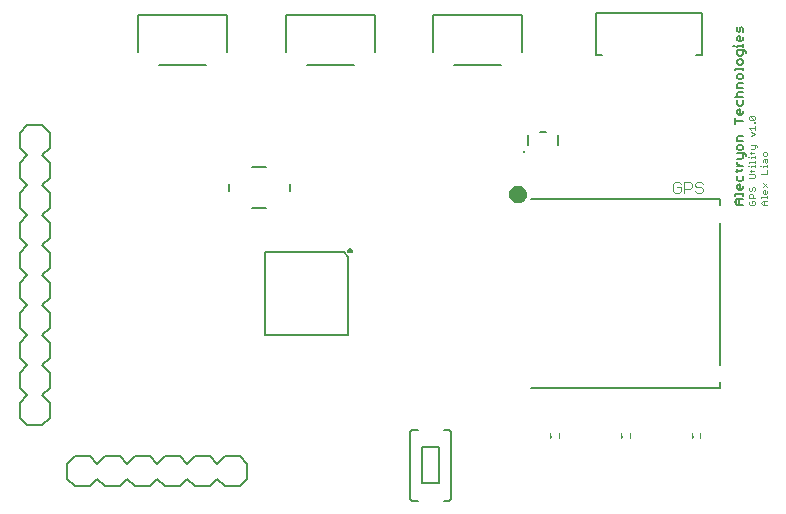
<source format=gto>
G75*
%MOIN*%
%OFA0B0*%
%FSLAX25Y25*%
%IPPOS*%
%LPD*%
%AMOC8*
5,1,8,0,0,1.08239X$1,22.5*
%
%ADD10C,0.00500*%
%ADD11C,0.00400*%
%ADD12C,0.00300*%
%ADD13C,0.00800*%
%ADD14R,0.00886X0.00984*%
%ADD15C,0.03200*%
%ADD16C,0.01000*%
D10*
X0174228Y0052181D02*
X0237220Y0052181D01*
X0237220Y0054150D01*
X0237220Y0060055D02*
X0237220Y0107299D01*
X0237220Y0113205D02*
X0237220Y0115173D01*
X0174228Y0115173D01*
X0242142Y0114355D02*
X0243043Y0115256D01*
X0244844Y0115256D01*
X0244844Y0116401D02*
X0244844Y0117302D01*
X0244844Y0116852D02*
X0242142Y0116852D01*
X0242142Y0116401D01*
X0243493Y0115256D02*
X0243493Y0113455D01*
X0243043Y0113455D02*
X0242142Y0114355D01*
X0243043Y0113455D02*
X0244844Y0113455D01*
X0244394Y0118366D02*
X0243493Y0118366D01*
X0243043Y0118816D01*
X0243043Y0119717D01*
X0243493Y0120167D01*
X0243944Y0120167D01*
X0243944Y0118366D01*
X0244394Y0118366D02*
X0244844Y0118816D01*
X0244844Y0119717D01*
X0244394Y0121312D02*
X0244844Y0121762D01*
X0244844Y0123114D01*
X0244394Y0124709D02*
X0244844Y0125159D01*
X0244394Y0124709D02*
X0242593Y0124709D01*
X0243043Y0124259D02*
X0243043Y0125159D01*
X0243043Y0126223D02*
X0244844Y0126223D01*
X0243944Y0126223D02*
X0243043Y0127124D01*
X0243043Y0127574D01*
X0243043Y0128678D02*
X0244394Y0128678D01*
X0244844Y0129129D01*
X0244844Y0130480D01*
X0245295Y0130480D02*
X0243043Y0130480D01*
X0243493Y0131625D02*
X0244394Y0131625D01*
X0244844Y0132075D01*
X0244844Y0132976D01*
X0244394Y0133426D01*
X0243493Y0133426D01*
X0243043Y0132976D01*
X0243043Y0132075D01*
X0243493Y0131625D01*
X0245295Y0130480D02*
X0245745Y0130030D01*
X0245745Y0129579D01*
X0244844Y0134571D02*
X0243043Y0134571D01*
X0243043Y0135923D01*
X0243493Y0136373D01*
X0244844Y0136373D01*
X0242142Y0140464D02*
X0242142Y0142266D01*
X0242142Y0141365D02*
X0244844Y0141365D01*
X0244394Y0143411D02*
X0243493Y0143411D01*
X0243043Y0143861D01*
X0243043Y0144762D01*
X0243493Y0145213D01*
X0243944Y0145213D01*
X0243944Y0143411D01*
X0244394Y0143411D02*
X0244844Y0143861D01*
X0244844Y0144762D01*
X0244394Y0146358D02*
X0244844Y0146808D01*
X0244844Y0148159D01*
X0244844Y0149304D02*
X0242142Y0149304D01*
X0243043Y0149754D02*
X0243043Y0150655D01*
X0243493Y0151106D01*
X0244844Y0151106D01*
X0244844Y0152251D02*
X0243043Y0152251D01*
X0243043Y0153602D01*
X0243493Y0154052D01*
X0244844Y0154052D01*
X0244394Y0155197D02*
X0244844Y0155647D01*
X0244844Y0156548D01*
X0244394Y0156999D01*
X0243493Y0156999D01*
X0243043Y0156548D01*
X0243043Y0155647D01*
X0243493Y0155197D01*
X0244394Y0155197D01*
X0244844Y0158144D02*
X0244844Y0159044D01*
X0244844Y0158594D02*
X0242142Y0158594D01*
X0242142Y0158144D01*
X0243493Y0160108D02*
X0244394Y0160108D01*
X0244844Y0160558D01*
X0244844Y0161459D01*
X0244394Y0161909D01*
X0243493Y0161909D01*
X0243043Y0161459D01*
X0243043Y0160558D01*
X0243493Y0160108D01*
X0243493Y0163054D02*
X0244394Y0163054D01*
X0244844Y0163505D01*
X0244844Y0164856D01*
X0245295Y0164856D02*
X0243043Y0164856D01*
X0243043Y0163505D01*
X0243493Y0163054D01*
X0245745Y0163955D02*
X0245745Y0164406D01*
X0245295Y0164856D01*
X0244844Y0166001D02*
X0244844Y0166902D01*
X0244844Y0166451D02*
X0243043Y0166451D01*
X0243043Y0166001D01*
X0242142Y0166451D02*
X0241692Y0166451D01*
X0243493Y0167965D02*
X0243043Y0168416D01*
X0243043Y0169316D01*
X0243493Y0169767D01*
X0243944Y0169767D01*
X0243944Y0167965D01*
X0244394Y0167965D02*
X0243493Y0167965D01*
X0244394Y0167965D02*
X0244844Y0168416D01*
X0244844Y0169316D01*
X0244844Y0170912D02*
X0244844Y0172263D01*
X0244394Y0172713D01*
X0243944Y0172263D01*
X0243944Y0171362D01*
X0243493Y0170912D01*
X0243043Y0171362D01*
X0243043Y0172713D01*
X0243043Y0149754D02*
X0243493Y0149304D01*
X0243043Y0148159D02*
X0243043Y0146808D01*
X0243493Y0146358D01*
X0244394Y0146358D01*
X0243043Y0123114D02*
X0243043Y0121762D01*
X0243493Y0121312D01*
X0244394Y0121312D01*
D11*
X0246830Y0122244D02*
X0248498Y0122244D01*
X0248831Y0122578D01*
X0248831Y0123245D01*
X0248498Y0123579D01*
X0246830Y0123579D01*
X0247497Y0124454D02*
X0247497Y0125121D01*
X0247163Y0124788D02*
X0248498Y0124788D01*
X0248831Y0125121D01*
X0248831Y0125927D02*
X0248831Y0126595D01*
X0248831Y0126261D02*
X0247497Y0126261D01*
X0247497Y0125927D01*
X0246830Y0126261D02*
X0246496Y0126261D01*
X0246830Y0127401D02*
X0246830Y0127734D01*
X0248831Y0127734D01*
X0248831Y0127401D02*
X0248831Y0128068D01*
X0248831Y0128874D02*
X0248831Y0129541D01*
X0248831Y0129207D02*
X0247497Y0129207D01*
X0247497Y0128874D01*
X0246830Y0129207D02*
X0246496Y0129207D01*
X0247497Y0130347D02*
X0247497Y0131014D01*
X0247163Y0130681D02*
X0248498Y0130681D01*
X0248831Y0131014D01*
X0248498Y0131820D02*
X0248831Y0132154D01*
X0248831Y0133155D01*
X0249165Y0133155D02*
X0249499Y0132821D01*
X0249499Y0132488D01*
X0249165Y0133155D02*
X0247497Y0133155D01*
X0247497Y0131820D02*
X0248498Y0131820D01*
X0251434Y0130611D02*
X0251434Y0129944D01*
X0251768Y0129611D01*
X0252435Y0129611D01*
X0252769Y0129944D01*
X0252769Y0130611D01*
X0252435Y0130945D01*
X0251768Y0130945D01*
X0251434Y0130611D01*
X0251768Y0128735D02*
X0252769Y0128735D01*
X0252769Y0127734D01*
X0252435Y0127401D01*
X0252101Y0127734D01*
X0252101Y0128735D01*
X0251768Y0128735D02*
X0251434Y0128401D01*
X0251434Y0127734D01*
X0251434Y0126261D02*
X0252769Y0126261D01*
X0252769Y0125927D02*
X0252769Y0126595D01*
X0251434Y0126261D02*
X0251434Y0125927D01*
X0250767Y0126261D02*
X0250433Y0126261D01*
X0250767Y0123717D02*
X0252769Y0123717D01*
X0252769Y0125052D01*
X0252769Y0120632D02*
X0251434Y0119298D01*
X0251768Y0118422D02*
X0252101Y0118422D01*
X0252101Y0117088D01*
X0251768Y0117088D02*
X0251434Y0117421D01*
X0251434Y0118089D01*
X0251768Y0118422D01*
X0252769Y0118089D02*
X0252769Y0117421D01*
X0252435Y0117088D01*
X0251768Y0117088D01*
X0252769Y0116282D02*
X0252769Y0115615D01*
X0252769Y0115948D02*
X0250767Y0115948D01*
X0250767Y0115615D01*
X0251434Y0114739D02*
X0252769Y0114739D01*
X0251768Y0114739D02*
X0251768Y0113405D01*
X0251434Y0113405D02*
X0250767Y0114072D01*
X0251434Y0114739D01*
X0251434Y0113405D02*
X0252769Y0113405D01*
X0248831Y0113738D02*
X0248498Y0113405D01*
X0247163Y0113405D01*
X0246830Y0113738D01*
X0246830Y0114406D01*
X0247163Y0114739D01*
X0247831Y0114739D02*
X0247831Y0114072D01*
X0247831Y0114739D02*
X0248498Y0114739D01*
X0248831Y0114406D01*
X0248831Y0113738D01*
X0248831Y0115615D02*
X0246830Y0115615D01*
X0246830Y0116615D01*
X0247163Y0116949D01*
X0247831Y0116949D01*
X0248164Y0116615D01*
X0248164Y0115615D01*
X0248498Y0117824D02*
X0248831Y0118158D01*
X0248831Y0118825D01*
X0248498Y0119159D01*
X0248164Y0119159D01*
X0247831Y0118825D01*
X0247831Y0118158D01*
X0247497Y0117824D01*
X0247163Y0117824D01*
X0246830Y0118158D01*
X0246830Y0118825D01*
X0247163Y0119159D01*
X0251434Y0120632D02*
X0252769Y0119298D01*
X0247497Y0136240D02*
X0248831Y0136907D01*
X0247497Y0137575D01*
X0247497Y0138450D02*
X0246830Y0139117D01*
X0248831Y0139117D01*
X0248831Y0138450D02*
X0248831Y0139784D01*
X0248831Y0140660D02*
X0248831Y0140994D01*
X0248498Y0140994D01*
X0248498Y0140660D01*
X0248831Y0140660D01*
X0248498Y0141765D02*
X0247163Y0143099D01*
X0248498Y0143099D01*
X0248831Y0142766D01*
X0248831Y0142098D01*
X0248498Y0141765D01*
X0247163Y0141765D01*
X0246830Y0142098D01*
X0246830Y0142766D01*
X0247163Y0143099D01*
X0230724Y0037220D02*
X0230724Y0035646D01*
X0227969Y0035646D02*
X0227969Y0037220D01*
X0207102Y0037220D02*
X0207102Y0035646D01*
X0204346Y0035646D02*
X0204346Y0037220D01*
X0183480Y0037220D02*
X0183480Y0035646D01*
X0180724Y0035646D02*
X0180724Y0037220D01*
D12*
X0222240Y0117292D02*
X0223474Y0117292D01*
X0224091Y0117909D01*
X0224091Y0119143D01*
X0222857Y0119143D01*
X0221622Y0117909D02*
X0221622Y0120378D01*
X0222240Y0120995D01*
X0223474Y0120995D01*
X0224091Y0120378D01*
X0225306Y0120995D02*
X0227157Y0120995D01*
X0227774Y0120378D01*
X0227774Y0119143D01*
X0227157Y0118526D01*
X0225306Y0118526D01*
X0225306Y0117292D02*
X0225306Y0120995D01*
X0228989Y0120378D02*
X0228989Y0119761D01*
X0229606Y0119143D01*
X0230840Y0119143D01*
X0231458Y0118526D01*
X0231458Y0117909D01*
X0230840Y0117292D01*
X0229606Y0117292D01*
X0228989Y0117909D01*
X0228989Y0120378D02*
X0229606Y0120995D01*
X0230840Y0120995D01*
X0231458Y0120378D01*
X0222240Y0117292D02*
X0221622Y0117909D01*
D13*
X0027122Y0019622D02*
X0022122Y0019622D01*
X0019622Y0022122D01*
X0019622Y0027122D01*
X0022122Y0029622D01*
X0027122Y0029622D01*
X0029622Y0027122D01*
X0032122Y0029622D01*
X0037122Y0029622D01*
X0039622Y0027122D01*
X0042122Y0029622D01*
X0047122Y0029622D01*
X0049622Y0027122D01*
X0052122Y0029622D01*
X0057122Y0029622D01*
X0059622Y0027122D01*
X0062122Y0029622D01*
X0067122Y0029622D01*
X0069622Y0027122D01*
X0072122Y0029622D01*
X0077122Y0029622D01*
X0079622Y0027122D01*
X0079622Y0022122D01*
X0077122Y0019622D01*
X0072122Y0019622D01*
X0069622Y0022122D01*
X0067122Y0019622D01*
X0062122Y0019622D01*
X0059622Y0022122D01*
X0057122Y0019622D01*
X0052122Y0019622D01*
X0049622Y0022122D01*
X0047122Y0019622D01*
X0042122Y0019622D01*
X0039622Y0022122D01*
X0037122Y0019622D01*
X0032122Y0019622D01*
X0029622Y0022122D01*
X0027122Y0019622D01*
X0011374Y0039858D02*
X0006374Y0039858D01*
X0003874Y0042358D01*
X0003874Y0047358D01*
X0006374Y0049858D01*
X0003874Y0052358D01*
X0003874Y0057358D01*
X0006374Y0059858D01*
X0003874Y0062358D01*
X0003874Y0067358D01*
X0006374Y0069858D01*
X0003874Y0072358D01*
X0003874Y0077358D01*
X0006374Y0079858D01*
X0003874Y0082358D01*
X0003874Y0087358D01*
X0006374Y0089858D01*
X0003874Y0092358D01*
X0003874Y0097358D01*
X0006374Y0099858D01*
X0003874Y0102358D01*
X0003874Y0107358D01*
X0006374Y0109858D01*
X0003874Y0112358D01*
X0003874Y0117358D01*
X0006374Y0119858D01*
X0003874Y0122358D01*
X0003874Y0127358D01*
X0006374Y0129858D01*
X0003874Y0132358D01*
X0003874Y0137358D01*
X0006374Y0139858D01*
X0011374Y0139858D01*
X0013874Y0137358D01*
X0013874Y0132358D01*
X0011374Y0129858D01*
X0013874Y0127358D01*
X0013874Y0122358D01*
X0011374Y0119858D01*
X0013874Y0117358D01*
X0013874Y0112358D01*
X0011374Y0109858D01*
X0013874Y0107358D01*
X0013874Y0102358D01*
X0011374Y0099858D01*
X0013874Y0097358D01*
X0013874Y0092358D01*
X0011374Y0089858D01*
X0013874Y0087358D01*
X0013874Y0082358D01*
X0011374Y0079858D01*
X0013874Y0077358D01*
X0013874Y0072358D01*
X0011374Y0069858D01*
X0013874Y0067358D01*
X0013874Y0062358D01*
X0011374Y0059858D01*
X0013874Y0057358D01*
X0013874Y0052358D01*
X0011374Y0049858D01*
X0013874Y0047358D01*
X0013874Y0042358D01*
X0011374Y0039858D01*
X0085626Y0069878D02*
X0085626Y0097476D01*
X0111827Y0097476D01*
X0113224Y0096079D01*
X0113224Y0069878D01*
X0085626Y0069878D01*
X0113325Y0098077D02*
X0113327Y0098126D01*
X0113333Y0098174D01*
X0113343Y0098222D01*
X0113357Y0098269D01*
X0113374Y0098315D01*
X0113395Y0098359D01*
X0113420Y0098401D01*
X0113448Y0098441D01*
X0113480Y0098479D01*
X0113514Y0098514D01*
X0113551Y0098546D01*
X0113590Y0098575D01*
X0113632Y0098601D01*
X0113676Y0098623D01*
X0113721Y0098641D01*
X0113768Y0098656D01*
X0113815Y0098667D01*
X0113864Y0098674D01*
X0113913Y0098677D01*
X0113962Y0098676D01*
X0114010Y0098671D01*
X0114059Y0098662D01*
X0114106Y0098649D01*
X0114152Y0098632D01*
X0114196Y0098612D01*
X0114239Y0098588D01*
X0114280Y0098561D01*
X0114318Y0098530D01*
X0114354Y0098497D01*
X0114386Y0098461D01*
X0114416Y0098422D01*
X0114443Y0098381D01*
X0114466Y0098337D01*
X0114485Y0098292D01*
X0114501Y0098246D01*
X0114513Y0098199D01*
X0114521Y0098150D01*
X0114525Y0098101D01*
X0114525Y0098053D01*
X0114521Y0098004D01*
X0114513Y0097955D01*
X0114501Y0097908D01*
X0114485Y0097862D01*
X0114466Y0097817D01*
X0114443Y0097773D01*
X0114416Y0097732D01*
X0114386Y0097693D01*
X0114354Y0097657D01*
X0114318Y0097624D01*
X0114280Y0097593D01*
X0114239Y0097566D01*
X0114196Y0097542D01*
X0114152Y0097522D01*
X0114106Y0097505D01*
X0114059Y0097492D01*
X0114010Y0097483D01*
X0113962Y0097478D01*
X0113913Y0097477D01*
X0113864Y0097480D01*
X0113815Y0097487D01*
X0113768Y0097498D01*
X0113721Y0097513D01*
X0113676Y0097531D01*
X0113632Y0097553D01*
X0113590Y0097579D01*
X0113551Y0097608D01*
X0113514Y0097640D01*
X0113480Y0097675D01*
X0113448Y0097713D01*
X0113420Y0097753D01*
X0113395Y0097795D01*
X0113374Y0097839D01*
X0113357Y0097885D01*
X0113343Y0097932D01*
X0113333Y0097980D01*
X0113327Y0098028D01*
X0113325Y0098077D01*
X0086039Y0112417D02*
X0081315Y0112417D01*
X0073441Y0117929D02*
X0073441Y0120291D01*
X0081315Y0125803D02*
X0086039Y0125803D01*
X0093913Y0120291D02*
X0093913Y0117929D01*
X0099425Y0159949D02*
X0115173Y0159949D01*
X0122169Y0164386D02*
X0122169Y0176697D01*
X0092429Y0176697D01*
X0092429Y0164386D01*
X0072957Y0164386D02*
X0072957Y0176697D01*
X0043217Y0176697D01*
X0043217Y0164386D01*
X0050213Y0159949D02*
X0065961Y0159949D01*
X0141642Y0164386D02*
X0141642Y0176697D01*
X0171382Y0176697D01*
X0171382Y0164386D01*
X0164386Y0159949D02*
X0148638Y0159949D01*
X0173165Y0136549D02*
X0173165Y0133168D01*
X0177109Y0137649D02*
X0179222Y0137649D01*
X0183165Y0136549D02*
X0183165Y0133168D01*
X0195882Y0163402D02*
X0195882Y0177181D01*
X0231315Y0177181D01*
X0231315Y0163402D01*
X0229346Y0163402D01*
X0197850Y0163402D02*
X0195882Y0163402D01*
X0146669Y0038402D02*
X0145094Y0038402D01*
X0146669Y0038401D02*
X0146731Y0038399D01*
X0146792Y0038393D01*
X0146853Y0038384D01*
X0146914Y0038370D01*
X0146973Y0038353D01*
X0147031Y0038332D01*
X0147088Y0038307D01*
X0147143Y0038279D01*
X0147196Y0038248D01*
X0147247Y0038213D01*
X0147296Y0038175D01*
X0147343Y0038134D01*
X0147386Y0038091D01*
X0147427Y0038044D01*
X0147465Y0037995D01*
X0147500Y0037944D01*
X0147531Y0037891D01*
X0147559Y0037836D01*
X0147584Y0037779D01*
X0147605Y0037721D01*
X0147622Y0037662D01*
X0147636Y0037601D01*
X0147645Y0037540D01*
X0147651Y0037479D01*
X0147653Y0037417D01*
X0147654Y0037417D02*
X0147654Y0015764D01*
X0147653Y0015764D02*
X0147651Y0015702D01*
X0147645Y0015641D01*
X0147636Y0015580D01*
X0147622Y0015519D01*
X0147605Y0015460D01*
X0147584Y0015402D01*
X0147559Y0015345D01*
X0147531Y0015290D01*
X0147500Y0015237D01*
X0147465Y0015186D01*
X0147427Y0015137D01*
X0147386Y0015090D01*
X0147343Y0015047D01*
X0147296Y0015006D01*
X0147247Y0014968D01*
X0147196Y0014933D01*
X0147143Y0014902D01*
X0147088Y0014874D01*
X0147031Y0014849D01*
X0146973Y0014828D01*
X0146914Y0014811D01*
X0146853Y0014797D01*
X0146792Y0014788D01*
X0146731Y0014782D01*
X0146669Y0014780D01*
X0145094Y0014780D01*
X0143717Y0020685D02*
X0137811Y0020685D01*
X0137811Y0032496D01*
X0143717Y0032496D01*
X0143717Y0020685D01*
X0134858Y0014780D02*
X0134796Y0014782D01*
X0134735Y0014788D01*
X0134674Y0014797D01*
X0134613Y0014811D01*
X0134554Y0014828D01*
X0134496Y0014849D01*
X0134439Y0014874D01*
X0134384Y0014902D01*
X0134331Y0014933D01*
X0134280Y0014968D01*
X0134231Y0015006D01*
X0134184Y0015047D01*
X0134141Y0015090D01*
X0134100Y0015137D01*
X0134062Y0015186D01*
X0134027Y0015237D01*
X0133996Y0015290D01*
X0133968Y0015345D01*
X0133943Y0015402D01*
X0133922Y0015460D01*
X0133905Y0015519D01*
X0133891Y0015580D01*
X0133882Y0015641D01*
X0133876Y0015702D01*
X0133874Y0015764D01*
X0133874Y0037417D01*
X0133876Y0037479D01*
X0133882Y0037540D01*
X0133891Y0037601D01*
X0133905Y0037662D01*
X0133922Y0037721D01*
X0133943Y0037779D01*
X0133968Y0037836D01*
X0133996Y0037891D01*
X0134027Y0037944D01*
X0134062Y0037995D01*
X0134100Y0038044D01*
X0134141Y0038091D01*
X0134184Y0038134D01*
X0134231Y0038175D01*
X0134280Y0038213D01*
X0134331Y0038248D01*
X0134384Y0038279D01*
X0134439Y0038307D01*
X0134496Y0038332D01*
X0134554Y0038353D01*
X0134613Y0038370D01*
X0134674Y0038384D01*
X0134735Y0038393D01*
X0134796Y0038399D01*
X0134858Y0038401D01*
X0134858Y0038402D02*
X0136433Y0038402D01*
X0136433Y0014780D02*
X0134858Y0014780D01*
D14*
X0180970Y0035941D03*
X0204593Y0035941D03*
X0228215Y0035941D03*
D15*
X0168653Y0116748D02*
X0168655Y0116818D01*
X0168661Y0116889D01*
X0168671Y0116958D01*
X0168685Y0117027D01*
X0168703Y0117096D01*
X0168724Y0117163D01*
X0168749Y0117229D01*
X0168778Y0117293D01*
X0168811Y0117355D01*
X0168847Y0117416D01*
X0168887Y0117474D01*
X0168929Y0117530D01*
X0168975Y0117584D01*
X0169024Y0117635D01*
X0169075Y0117683D01*
X0169130Y0117728D01*
X0169186Y0117770D01*
X0169245Y0117808D01*
X0169306Y0117843D01*
X0169369Y0117875D01*
X0169434Y0117903D01*
X0169500Y0117928D01*
X0169567Y0117948D01*
X0169636Y0117965D01*
X0169705Y0117978D01*
X0169775Y0117987D01*
X0169845Y0117992D01*
X0169916Y0117993D01*
X0169986Y0117990D01*
X0170056Y0117983D01*
X0170126Y0117972D01*
X0170195Y0117957D01*
X0170263Y0117938D01*
X0170329Y0117916D01*
X0170395Y0117890D01*
X0170459Y0117860D01*
X0170521Y0117826D01*
X0170581Y0117789D01*
X0170638Y0117749D01*
X0170694Y0117705D01*
X0170747Y0117659D01*
X0170797Y0117609D01*
X0170844Y0117557D01*
X0170888Y0117502D01*
X0170929Y0117445D01*
X0170967Y0117386D01*
X0171002Y0117324D01*
X0171032Y0117261D01*
X0171060Y0117196D01*
X0171083Y0117129D01*
X0171103Y0117062D01*
X0171119Y0116993D01*
X0171131Y0116924D01*
X0171139Y0116854D01*
X0171143Y0116783D01*
X0171143Y0116713D01*
X0171139Y0116642D01*
X0171131Y0116572D01*
X0171119Y0116503D01*
X0171103Y0116434D01*
X0171083Y0116367D01*
X0171060Y0116300D01*
X0171032Y0116235D01*
X0171002Y0116172D01*
X0170967Y0116110D01*
X0170929Y0116051D01*
X0170888Y0115994D01*
X0170844Y0115939D01*
X0170797Y0115887D01*
X0170747Y0115837D01*
X0170694Y0115791D01*
X0170638Y0115747D01*
X0170581Y0115707D01*
X0170520Y0115670D01*
X0170459Y0115636D01*
X0170395Y0115606D01*
X0170329Y0115580D01*
X0170263Y0115558D01*
X0170195Y0115539D01*
X0170126Y0115524D01*
X0170056Y0115513D01*
X0169986Y0115506D01*
X0169916Y0115503D01*
X0169845Y0115504D01*
X0169775Y0115509D01*
X0169705Y0115518D01*
X0169636Y0115531D01*
X0169567Y0115548D01*
X0169500Y0115568D01*
X0169434Y0115593D01*
X0169369Y0115621D01*
X0169306Y0115653D01*
X0169245Y0115688D01*
X0169186Y0115726D01*
X0169130Y0115768D01*
X0169075Y0115813D01*
X0169024Y0115861D01*
X0168975Y0115912D01*
X0168929Y0115966D01*
X0168887Y0116022D01*
X0168847Y0116080D01*
X0168811Y0116141D01*
X0168778Y0116203D01*
X0168749Y0116267D01*
X0168724Y0116333D01*
X0168703Y0116400D01*
X0168685Y0116469D01*
X0168671Y0116538D01*
X0168661Y0116607D01*
X0168655Y0116678D01*
X0168653Y0116748D01*
D16*
X0171865Y0130858D03*
M02*

</source>
